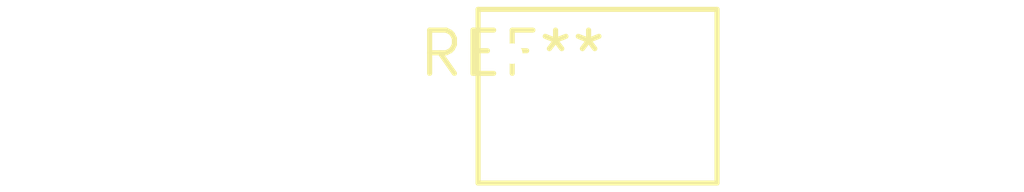
<source format=kicad_pcb>
(kicad_pcb (version 20240108) (generator pcbnew)
  (layers (0 "F.Cu" signal) (31 "B.Cu" signal) (34 "B.Paste" user) (35 "F.Paste" user) (36 "B.SilkS" user "B.Silkscreen") (37 "F.SilkS" user "F.Silkscreen") (38 "B.Mask" user) (39 "F.Mask" user) (44 "Edge.Cuts" user))
  (net 0 "")
  (footprint "RV_Disc_D7mm_W5.1mm_P5mm" (layer "F.Cu") (at 0 0)
    (property "Reference" "REF**")
    (property "Value" "RV_Disc_D7mm_W5.1mm_P5mm")
    (fp_line (start -1 -1.3) (end -1 3.8) (layer "F.SilkS") (stroke (width 0.15)))
    (fp_line (start -1 -1.3) (end 6 -1.3) (layer "F.SilkS") (stroke (width 0.15)))
    (fp_line (start -1 3.8) (end 6 3.8) (layer "F.SilkS") (stroke (width 0.15)))
    (fp_line (start 6 -1.3) (end 6 3.8) (layer "F.SilkS") (stroke (width 0.15)))
    (pad "1" thru_hole circle (at 0 0) (size 1.6 1.6) (drill 0.6) (layers *.Cu *.Mask) (remove_unused_layers))
    (pad "2" thru_hole circle (at 5 2.5) (size 1.6 1.6) (drill 0.6) (layers *.Cu *.Mask) (remove_unused_layers))
  )
)
</source>
